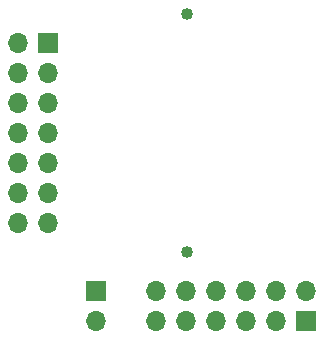
<source format=gbr>
%TF.GenerationSoftware,KiCad,Pcbnew,8.0.4*%
%TF.CreationDate,2024-10-02T17:37:58-07:00*%
%TF.ProjectId,SYZYGY-RGMII-tester,53595a59-4759-42d5-9247-4d49492d7465,rev?*%
%TF.SameCoordinates,Original*%
%TF.FileFunction,Soldermask,Bot*%
%TF.FilePolarity,Negative*%
%FSLAX46Y46*%
G04 Gerber Fmt 4.6, Leading zero omitted, Abs format (unit mm)*
G04 Created by KiCad (PCBNEW 8.0.4) date 2024-10-02 17:37:58*
%MOMM*%
%LPD*%
G01*
G04 APERTURE LIST*
%ADD10C,1.020000*%
%ADD11R,1.700000X1.700000*%
%ADD12O,1.700000X1.700000*%
G04 APERTURE END LIST*
D10*
%TO.C,J3*%
X119630000Y-92885000D03*
X119630000Y-72752000D03*
%TD*%
D11*
%TO.C,J2*%
X111920000Y-96200000D03*
D12*
X111920000Y-98740000D03*
%TD*%
D11*
%TO.C,J1*%
X107800000Y-75200000D03*
D12*
X105260000Y-75200000D03*
X107800000Y-77740000D03*
X105260000Y-77740000D03*
X107800000Y-80280000D03*
X105260000Y-80280000D03*
X107800000Y-82820000D03*
X105260000Y-82820000D03*
X107800000Y-85360000D03*
X105260000Y-85360000D03*
X107800000Y-87900000D03*
X105260000Y-87900000D03*
X107800000Y-90440000D03*
X105260000Y-90440000D03*
%TD*%
D11*
%TO.C,J4*%
X129700000Y-98740000D03*
D12*
X129700000Y-96200000D03*
X127160000Y-98740000D03*
X127160000Y-96200000D03*
X124620000Y-98740000D03*
X124620000Y-96200000D03*
X122080000Y-98740000D03*
X122080000Y-96200000D03*
X119540000Y-98740000D03*
X119540000Y-96200000D03*
X117000000Y-98740000D03*
X117000000Y-96200000D03*
%TD*%
M02*

</source>
